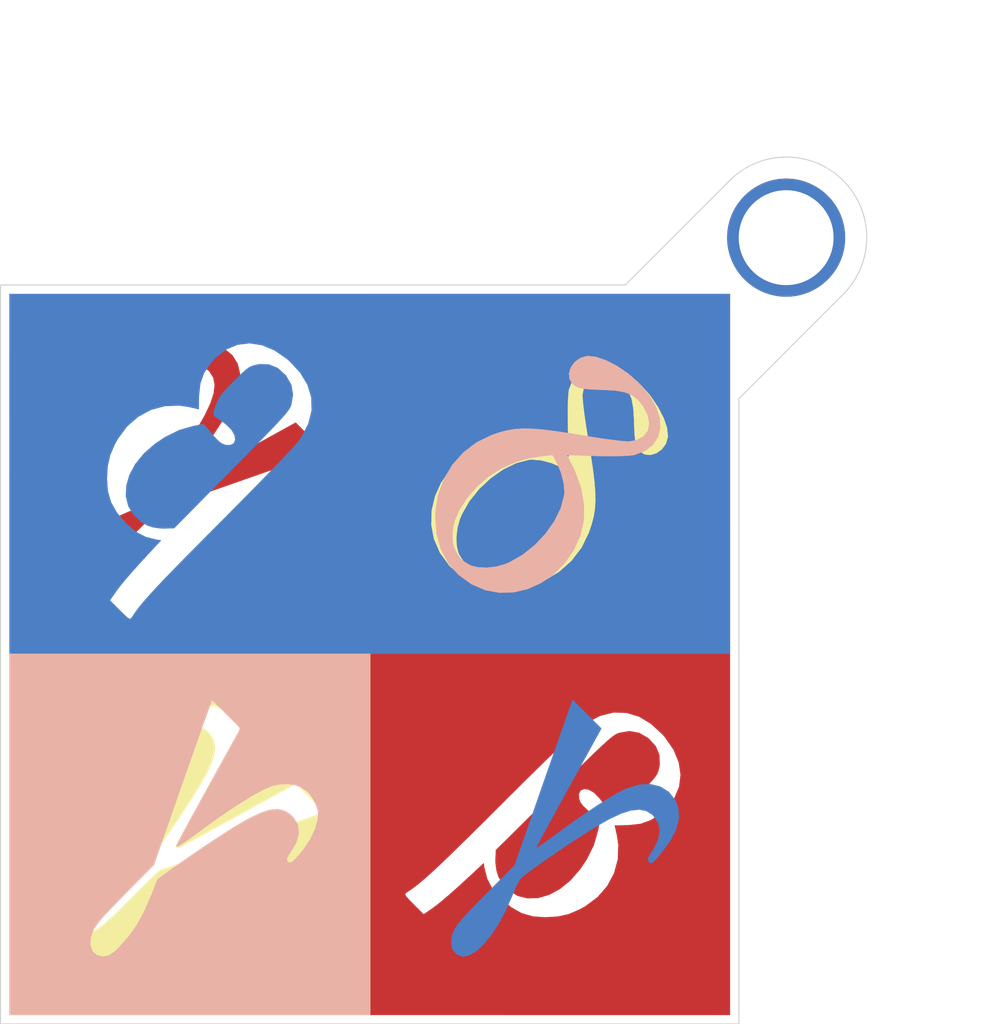
<source format=kicad_pcb>
(kicad_pcb (version 20171130) (host pcbnew "(5.1.9)-1")

  (general
    (thickness 1.6)
    (drawings 8)
    (tracks 0)
    (zones 0)
    (modules 7)
    (nets 1)
  )

  (page A4)
  (title_block
    (title "Diamond Keychain")
    (date 2019-12-18)
    (rev A)
    (company "Blacker Hovse Electrical Engineering")
    (comment 1 "BS EE 2020")
    (comment 2 "Ray Sun")
  )

  (layers
    (0 F.Cu signal)
    (31 B.Cu signal)
    (32 B.Adhes user hide)
    (33 F.Adhes user hide)
    (34 B.Paste user hide)
    (35 F.Paste user hide)
    (36 B.SilkS user)
    (37 F.SilkS user)
    (38 B.Mask user)
    (39 F.Mask user)
    (40 Dwgs.User user)
    (41 Cmts.User user)
    (42 Eco1.User user)
    (43 Eco2.User user)
    (44 Edge.Cuts user)
    (45 Margin user)
    (46 B.CrtYd user)
    (47 F.CrtYd user)
    (48 B.Fab user)
    (49 F.Fab user)
  )

  (setup
    (last_trace_width 0.25)
    (trace_clearance 0.2)
    (zone_clearance 0.508)
    (zone_45_only no)
    (trace_min 0.2)
    (via_size 0.8)
    (via_drill 0.4)
    (via_min_size 0.4)
    (via_min_drill 0.3)
    (uvia_size 0.3)
    (uvia_drill 0.1)
    (uvias_allowed no)
    (uvia_min_size 0.2)
    (uvia_min_drill 0.1)
    (edge_width 0.05)
    (segment_width 0.2)
    (pcb_text_width 0.3)
    (pcb_text_size 1.5 1.5)
    (mod_edge_width 0.12)
    (mod_text_size 1 1)
    (mod_text_width 0.15)
    (pad_size 5.6 5.6)
    (pad_drill 4.5)
    (pad_to_mask_clearance 0.051)
    (solder_mask_min_width 0.25)
    (aux_axis_origin 0.449013 -0.449013)
    (grid_origin 0.449013 -0.449013)
    (visible_elements 7FFFFFFF)
    (pcbplotparams
      (layerselection 0x010f0_ffffffff)
      (usegerberextensions true)
      (usegerberattributes false)
      (usegerberadvancedattributes false)
      (creategerberjobfile false)
      (excludeedgelayer true)
      (linewidth 0.100000)
      (plotframeref false)
      (viasonmask false)
      (mode 1)
      (useauxorigin true)
      (hpglpennumber 1)
      (hpglpenspeed 20)
      (hpglpendiameter 15.000000)
      (psnegative false)
      (psa4output false)
      (plotreference false)
      (plotvalue false)
      (plotinvisibletext false)
      (padsonsilk true)
      (subtractmaskfromsilk true)
      (outputformat 1)
      (mirror false)
      (drillshape 0)
      (scaleselection 1)
      (outputdirectory "gerber/"))
  )

  (net 0 "")

  (net_class Default "This is the default net class."
    (clearance 0.2)
    (trace_width 0.25)
    (via_dia 0.8)
    (via_drill 0.4)
    (uvia_dia 0.3)
    (uvia_drill 0.1)
  )

  (module crest:blacker_diamond_alt_300_silk (layer B.Cu) (tedit 0) (tstamp 605F1FCC)
    (at 18.02068 -17.960512 135)
    (fp_text reference G*** (at 0 0 135) (layer B.SilkS) hide
      (effects (font (size 1.524 1.524) (thickness 0.3)) (justify mirror))
    )
    (fp_text value LOGO (at 0.75 0 135) (layer B.SilkS) hide
      (effects (font (size 1.524 1.524) (thickness 0.3)) (justify mirror))
    )
    (fp_poly (pts (xy 6.096 -6.053666) (xy 12.14937 -12.107481) (xy 6.095704 -18.161148) (xy 0.042037 -24.214814)
      (xy -6.011334 -18.161) (xy -12.064705 -12.107185) (xy -9.328736 -9.371216) (xy -4.318 -9.371216)
      (xy -4.30507 -9.604822) (xy -4.253967 -9.7125) (xy -4.158281 -9.736666) (xy -4.051664 -9.698763)
      (xy -3.982698 -9.560251) (xy -3.93855 -9.336487) (xy -3.80341 -8.807027) (xy -3.579972 -8.41485)
      (xy -3.272816 -8.164457) (xy -2.886518 -8.060355) (xy -2.647698 -8.06643) (xy -2.331797 -8.142308)
      (xy -2.066073 -8.304135) (xy -1.837224 -8.570005) (xy -1.631948 -8.958013) (xy -1.436943 -9.486253)
      (xy -1.321515 -9.870329) (xy -1.218403 -10.270489) (xy -1.096517 -10.801981) (xy -0.963128 -11.428819)
      (xy -0.825502 -12.115015) (xy -0.690911 -12.824584) (xy -0.566622 -13.521539) (xy -0.48486 -14.012333)
      (xy -0.376066 -14.689666) (xy -0.70475 -15.451666) (xy -1.004637 -16.2128) (xy -1.206995 -16.897893)
      (xy -1.323149 -17.560614) (xy -1.364427 -18.254631) (xy -1.362191 -18.567015) (xy -1.290397 -18.899926)
      (xy -1.116293 -19.140579) (xy -0.875523 -19.273951) (xy -0.603732 -19.285019) (xy -0.336564 -19.158761)
      (xy -0.222447 -19.04737) (xy -0.092188 -18.877723) (xy 0.009076 -18.70009) (xy 0.085001 -18.490983)
      (xy 0.139248 -18.226913) (xy 0.175474 -17.884393) (xy 0.197339 -17.439933) (xy 0.2085 -16.870045)
      (xy 0.212345 -16.256) (xy 0.217963 -14.351) (xy 1.644238 -11.387666) (xy 1.978715 -10.692186)
      (xy 2.305073 -10.012568) (xy 2.612457 -9.371488) (xy 2.890013 -8.791626) (xy 3.126885 -8.295659)
      (xy 3.312219 -7.906264) (xy 3.435161 -7.64612) (xy 3.437483 -7.641166) (xy 3.804453 -6.858)
      (xy 1.901124 -6.858) (xy 1.065521 -9.757833) (xy 0.868403 -10.439457) (xy 0.682461 -11.077797)
      (xy 0.513726 -11.652492) (xy 0.368232 -12.143182) (xy 0.252012 -12.529506) (xy 0.171097 -12.791102)
      (xy 0.134119 -12.90138) (xy 0.098384 -12.970183) (xy 0.064377 -12.971151) (xy 0.027694 -12.886658)
      (xy -0.016071 -12.699075) (xy -0.071322 -12.390777) (xy -0.142463 -11.944135) (xy -0.200945 -11.56047)
      (xy -0.341633 -10.694126) (xy -0.491317 -9.891635) (xy -0.645163 -9.173919) (xy -0.798337 -8.5619)
      (xy -0.946006 -8.076502) (xy -1.083334 -7.738646) (xy -1.084478 -7.736399) (xy -1.299651 -7.411067)
      (xy -1.579902 -7.117762) (xy -1.87745 -6.900208) (xy -2.097053 -6.809818) (xy -2.302612 -6.762203)
      (xy -2.423742 -6.730585) (xy -2.611346 -6.729218) (xy -2.884756 -6.786414) (xy -3.179134 -6.883412)
      (xy -3.429637 -7.00145) (xy -3.486378 -7.038045) (xy -3.745635 -7.309227) (xy -3.97165 -7.711402)
      (xy -4.151177 -8.207415) (xy -4.270974 -8.760112) (xy -4.317798 -9.332336) (xy -4.318 -9.371216)
      (xy -9.328736 -9.371216) (xy 0.042629 0.000149) (xy 6.096 -6.053666)) (layer B.SilkS) (width 0.01))
    (fp_poly (pts (xy 0.60928 18.061023) (xy 0.830457 18.03588) (xy 1.435812 17.919392) (xy 1.977526 17.744766)
      (xy 2.421645 17.525824) (xy 2.734215 17.276386) (xy 2.755205 17.252354) (xy 2.918104 16.959061)
      (xy 2.967906 16.636308) (xy 2.916452 16.323316) (xy 2.775581 16.059307) (xy 2.557135 15.883501)
      (xy 2.326615 15.832667) (xy 2.151737 15.84912) (xy 1.978198 15.910444) (xy 1.77895 16.034586)
      (xy 1.526945 16.239496) (xy 1.195133 16.543119) (xy 1.05405 16.677071) (xy 0.627015 17.056534)
      (xy 0.260607 17.309341) (xy -0.078724 17.449562) (xy -0.424529 17.491269) (xy -0.793177 17.451792)
      (xy -1.256962 17.307009) (xy -1.590751 17.081432) (xy -1.78641 16.793378) (xy -1.835807 16.461161)
      (xy -1.730811 16.103097) (xy -1.524753 15.804126) (xy -1.377298 15.665734) (xy -1.117948 15.452402)
      (xy -0.774111 15.185456) (xy -0.3732 14.886224) (xy 0.016238 14.60518) (xy 0.729256 14.094038)
      (xy 1.316864 13.659005) (xy 1.795658 13.283953) (xy 2.182237 12.952756) (xy 2.493198 12.649287)
      (xy 2.745139 12.357419) (xy 2.954658 12.061026) (xy 3.138352 11.74398) (xy 3.302607 11.412081)
      (xy 3.566339 10.654792) (xy 3.672696 9.870419) (xy 3.625908 9.082457) (xy 3.430203 8.314401)
      (xy 3.089812 7.589743) (xy 2.608962 6.93198) (xy 2.469309 6.782789) (xy 1.839229 6.243002)
      (xy 1.171509 5.865444) (xy 0.471265 5.651669) (xy -0.256388 5.603233) (xy -1.006335 5.721691)
      (xy -1.013948 5.723729) (xy -1.669643 5.982035) (xy -2.23521 6.368665) (xy -2.703035 6.864073)
      (xy -3.065503 7.448712) (xy -3.314998 8.103038) (xy -3.443906 8.807503) (xy -3.444256 9.172622)
      (xy -1.828853 9.172622) (xy -1.748158 8.436201) (xy -1.560251 7.745472) (xy -1.470755 7.526203)
      (xy -1.255961 7.147263) (xy -0.977927 6.797062) (xy -0.67376 6.51372) (xy -0.38057 6.33536)
      (xy -0.280171 6.30313) (xy -0.077231 6.256253) (xy 0.042333 6.225697) (xy 0.225479 6.222418)
      (xy 0.488446 6.27116) (xy 0.756018 6.355847) (xy 0.853029 6.398945) (xy 1.036868 6.52585)
      (xy 1.261328 6.726711) (xy 1.377141 6.847168) (xy 1.669773 7.282969) (xy 1.884661 7.836126)
      (xy 2.017657 8.471496) (xy 2.064618 9.153932) (xy 2.021399 9.84829) (xy 1.883854 10.519425)
      (xy 1.830463 10.690736) (xy 1.585027 11.31536) (xy 1.2845 11.861417) (xy 0.88386 12.410487)
      (xy 0.876006 12.420217) (xy 0.588896 12.775433) (xy 0.210626 12.661591) (xy -0.266901 12.472831)
      (xy -0.704802 12.217564) (xy -1.048276 11.929768) (xy -1.137591 11.825618) (xy -1.456704 11.281234)
      (xy -1.680221 10.63262) (xy -1.805239 9.917255) (xy -1.828853 9.172622) (xy -3.444256 9.172622)
      (xy -3.444611 9.542562) (xy -3.309498 10.288669) (xy -3.057833 10.969881) (xy -2.669379 11.602741)
      (xy -2.137974 12.156571) (xy -1.474864 12.622324) (xy -0.691294 12.990954) (xy -0.432831 13.081768)
      (xy 0.108005 13.25818) (xy -0.926897 14.227924) (xy -1.290609 14.577895) (xy -1.62391 14.915509)
      (xy -1.900434 15.212785) (xy -2.093811 15.441743) (xy -2.159927 15.536334) (xy -2.374064 16.030092)
      (xy -2.431537 16.492446) (xy -2.343577 16.914009) (xy -2.121417 17.285392) (xy -1.776287 17.597208)
      (xy -1.319421 17.840067) (xy -0.76205 18.004581) (xy -0.115406 18.081363) (xy 0.60928 18.061023)) (layer B.SilkS) (width 0.01))
  )

  (module crest:blacker_diamond_alt_300_cu (layer B.Cu) (tedit 0) (tstamp 605F1DF6)
    (at 18.02068 -17.960512 135)
    (fp_text reference G*** (at 0 0 135) (layer B.SilkS) hide
      (effects (font (size 1.524 1.524) (thickness 0.3)) (justify mirror))
    )
    (fp_text value LOGO (at 0.75 0 135) (layer B.SilkS) hide
      (effects (font (size 1.524 1.524) (thickness 0.3)) (justify mirror))
    )
    (fp_poly (pts (xy 12.727485 6.474005) (xy 13.141633 6.300784) (xy 13.476249 5.979228) (xy 13.533055 5.898451)
      (xy 13.630614 5.739967) (xy 13.695075 5.589632) (xy 13.733246 5.407548) (xy 13.751934 5.15382)
      (xy 13.757948 4.788551) (xy 13.758333 4.578184) (xy 13.753932 4.129506) (xy 13.736406 3.804478)
      (xy 13.69927 3.557545) (xy 13.636038 3.343153) (xy 13.554642 3.147408) (xy 13.428457 2.891481)
      (xy 13.329043 2.764312) (xy 13.227048 2.734897) (xy 13.173642 2.744974) (xy 12.987534 2.783308)
      (xy 12.712334 2.826587) (xy 12.554317 2.847432) (xy 12.203129 2.848614) (xy 11.926955 2.772645)
      (xy 11.745224 2.640244) (xy 11.677361 2.47213) (xy 11.742795 2.289022) (xy 11.899297 2.148836)
      (xy 12.056192 2.073342) (xy 12.25825 2.041082) (xy 12.555392 2.046662) (xy 12.72621 2.059468)
      (xy 13.337826 2.111168) (xy 13.607079 1.711751) (xy 13.953816 1.085187) (xy 14.192562 0.381717)
      (xy 14.303904 -0.180253) (xy 14.353423 -0.884103) (xy 14.287835 -1.524004) (xy 14.118475 -2.086341)
      (xy 13.856676 -2.5575) (xy 13.513773 -2.923865) (xy 13.101101 -3.171821) (xy 12.629993 -3.287754)
      (xy 12.111786 -3.258047) (xy 11.811 -3.174767) (xy 11.552313 -3.039787) (xy 11.275401 -2.831282)
      (xy 11.150861 -2.711836) (xy 10.829389 -2.368707) (xy 10.854527 1.503814) (xy 10.860859 2.419849)
      (xy 10.867356 3.18222) (xy 10.874711 3.806594) (xy 10.883616 4.30864) (xy 10.894762 4.704027)
      (xy 10.908841 5.008421) (xy 10.926545 5.237491) (xy 10.948566 5.406906) (xy 10.975596 5.532333)
      (xy 11.008326 5.62944) (xy 11.039748 5.698613) (xy 11.326489 6.101326) (xy 11.714921 6.370481)
      (xy 12.192899 6.497879) (xy 12.228759 6.501223) (xy 12.727485 6.474005)) (layer B.Cu) (width 0.01))
    (fp_poly (pts (xy -14.130238 5.275583) (xy -13.71368 5.01897) (xy -13.356626 4.622775) (xy -13.074126 4.096713)
      (xy -13.041962 4.014793) (xy -12.923775 3.646157) (xy -12.792558 3.142687) (xy -12.655252 2.537703)
      (xy -12.518799 1.864521) (xy -12.390138 1.156461) (xy -12.276211 0.446841) (xy -12.227207 0.103804)
      (xy -12.167584 -0.297372) (xy -12.110168 -0.619234) (xy -12.060538 -0.834837) (xy -12.024269 -0.917232)
      (xy -12.016958 -0.912196) (xy -11.981216 -0.808711) (xy -11.90437 -0.561175) (xy -11.79198 -0.188315)
      (xy -11.649605 0.291142) (xy -11.482802 0.858471) (xy -11.297133 1.494945) (xy -11.098154 2.181837)
      (xy -11.086417 2.2225) (xy -10.212922 5.249334) (xy -8.295061 5.249334) (xy -8.414682 4.974167)
      (xy -8.475578 4.842302) (xy -8.602116 4.574734) (xy -8.786269 4.188228) (xy -9.020009 3.699548)
      (xy -9.295309 3.12546) (xy -9.604141 2.482729) (xy -9.938478 1.788118) (xy -10.20863 1.227667)
      (xy -11.882957 -2.243666) (xy -11.89088 -4.191) (xy -11.896098 -4.885302) (xy -11.907981 -5.433432)
      (xy -11.930329 -5.85853) (xy -11.966943 -6.183732) (xy -12.021623 -6.432176) (xy -12.09817 -6.627)
      (xy -12.200386 -6.791343) (xy -12.33207 -6.948341) (xy -12.346361 -6.963833) (xy -12.61642 -7.153548)
      (xy -12.909135 -7.18542) (xy -13.19303 -7.056336) (xy -13.202871 -7.0485) (xy -13.380687 -6.800929)
      (xy -13.478192 -6.426409) (xy -13.497717 -5.945789) (xy -13.441595 -5.379915) (xy -13.312159 -4.749636)
      (xy -13.111741 -4.075798) (xy -12.842673 -3.37925) (xy -12.775292 -3.226789) (xy -12.650389 -2.918062)
      (xy -12.562232 -2.637987) (xy -12.530667 -2.455173) (xy -12.547649 -2.254434) (xy -12.594849 -1.918413)
      (xy -12.666647 -1.477327) (xy -12.757425 -0.96139) (xy -12.861564 -0.400819) (xy -12.973445 0.17417)
      (xy -13.087448 0.73336) (xy -13.197956 1.246538) (xy -13.299348 1.683485) (xy -13.303281 1.699545)
      (xy -13.509427 2.451006) (xy -13.72325 3.044378) (xy -13.952229 3.490908) (xy -14.20384 3.801839)
      (xy -14.485563 3.988418) (xy -14.804877 4.061888) (xy -14.875726 4.064) (xy -15.283515 3.989073)
      (xy -15.611923 3.765776) (xy -15.858991 3.396337) (xy -16.022761 2.882984) (xy -16.051345 2.726904)
      (xy -16.106483 2.493031) (xy -16.189217 2.388427) (xy -16.27892 2.370667) (xy -16.363809 2.382138)
      (xy -16.410515 2.439668) (xy -16.425532 2.577933) (xy -16.415354 2.83161) (xy -16.401811 3.026834)
      (xy -16.298293 3.75902) (xy -16.105536 4.362831) (xy -15.826915 4.832374) (xy -15.465807 5.161754)
      (xy -15.081658 5.331207) (xy -14.591248 5.3829) (xy -14.130238 5.275583)) (layer B.Cu) (width 0.01))
    (fp_poly (pts (xy 24.214778 -0.042665) (xy 18.182056 -6.074944) (xy 12.149335 -12.107223) (xy 6.889223 -6.847014)
      (xy 9.255403 -6.847014) (xy 9.290502 -6.903644) (xy 9.406288 -6.931898) (xy 9.635138 -6.941618)
      (xy 9.89534 -6.942666) (xy 10.56524 -6.942666) (xy 10.663121 -6.4135) (xy 10.701182 -6.138366)
      (xy 10.739643 -5.73969) (xy 10.774854 -5.263212) (xy 10.803165 -4.754676) (xy 10.811877 -4.548945)
      (xy 10.862753 -3.213557) (xy 11.040543 -3.345248) (xy 11.499048 -3.61872) (xy 11.993827 -3.771323)
      (xy 12.577604 -3.818948) (xy 12.612052 -3.818846) (xy 13.268307 -3.768555) (xy 13.819316 -3.616217)
      (xy 14.305887 -3.345467) (xy 14.746205 -2.963071) (xy 15.141773 -2.515365) (xy 15.422525 -2.072967)
      (xy 15.626615 -1.568561) (xy 15.717864 -1.24871) (xy 15.822654 -0.528434) (xy 15.771324 0.170277)
      (xy 15.572036 0.825783) (xy 15.232956 1.416447) (xy 14.762248 1.920631) (xy 14.429116 2.166844)
      (xy 13.993332 2.445611) (xy 14.434109 2.900688) (xy 14.804347 3.35941) (xy 15.034206 3.84401)
      (xy 15.141385 4.399558) (xy 15.154506 4.73525) (xy 15.078618 5.358746) (xy 14.85928 5.900965)
      (xy 14.506029 6.35321) (xy 14.028401 6.706788) (xy 13.435935 6.953003) (xy 12.738167 7.083162)
      (xy 12.565264 7.095691) (xy 11.813184 7.068432) (xy 11.159249 6.904968) (xy 10.60835 6.609282)
      (xy 10.165377 6.185357) (xy 9.835221 5.637175) (xy 9.62277 4.968719) (xy 9.570254 4.656436)
      (xy 9.554712 4.452474) (xy 9.54001 4.09715) (xy 9.526434 3.608436) (xy 9.51427 3.004303)
      (xy 9.503805 2.302723) (xy 9.495325 1.521665) (xy 9.489117 0.679102) (xy 9.485465 -0.206995)
      (xy 9.484641 -0.719666) (xy 9.482849 -1.827678) (xy 9.478759 -2.781045) (xy 9.471843 -3.594444)
      (xy 9.461577 -4.282553) (xy 9.447434 -4.860052) (xy 9.42889 -5.341618) (xy 9.405418 -5.741929)
      (xy 9.376492 -6.075664) (xy 9.341588 -6.357501) (xy 9.300179 -6.602119) (xy 9.26861 -6.752166)
      (xy 9.255403 -6.847014) (xy 6.889223 -6.847014) (xy -12.022779 12.065333) (xy -5.990057 18.097612)
      (xy 0.042664 24.129891) (xy 24.214778 -0.042665)) (layer B.Cu) (width 0.01))
  )

  (module crest:blacker_diamond_alt_300_mask (layer B.Cu) (tedit 0) (tstamp 605F1FBD)
    (at 18.02068 -17.960512 135)
    (fp_text reference G*** (at 0 0 135) (layer B.SilkS) hide
      (effects (font (size 1.524 1.524) (thickness 0.3)) (justify mirror))
    )
    (fp_text value LOGO (at 0.75 0 135) (layer B.SilkS) hide
      (effects (font (size 1.524 1.524) (thickness 0.3)) (justify mirror))
    )
    (fp_poly (pts (xy 18.161074 6.011112) (xy 24.214814 -0.042629) (xy 18.182019 -6.074981) (xy 12.149224 -12.107334)
      (xy 6.095926 -6.053593) (xy 0.042629 0.000148) (xy 12.107333 12.064852) (xy 18.161074 6.011112)) (layer B.Mask) (width 0.01))
    (fp_poly (pts (xy -14.531076 5.376748) (xy -14.381197 5.338158) (xy -14.204387 5.297515) (xy -13.927621 5.172688)
      (xy -13.629695 4.936918) (xy -13.358391 4.63393) (xy -13.191811 4.370934) (xy -13.054595 4.034464)
      (xy -12.906996 3.550268) (xy -12.753849 2.939268) (xy -12.599987 2.222388) (xy -12.450246 1.420549)
      (xy -12.309458 0.554673) (xy -12.308278 0.546863) (xy -12.224085 -0.001886) (xy -12.158721 -0.400532)
      (xy -12.107782 -0.6667) (xy -12.066863 -0.818018) (xy -12.031559 -0.872114) (xy -11.997466 -0.846614)
      (xy -11.973215 -0.794047) (xy -11.927918 -0.657506) (xy -11.842068 -0.378527) (xy -11.721697 0.02253)
      (xy -11.572837 0.525304) (xy -11.401522 1.109433) (xy -11.213784 1.754558) (xy -11.041812 2.3495)
      (xy -10.206209 5.249334) (xy -8.30288 5.249334) (xy -8.66985 4.466167) (xy -8.790981 4.209777)
      (xy -8.974794 3.823532) (xy -9.210434 3.33011) (xy -9.487046 2.752189) (xy -9.793776 2.112446)
      (xy -10.119769 1.433561) (xy -10.454171 0.738209) (xy -10.463095 0.719667) (xy -11.88937 -2.243666)
      (xy -11.894988 -4.148666) (xy -11.899829 -4.846365) (xy -11.9122 -5.398264) (xy -11.935759 -5.82785)
      (xy -11.974165 -6.158612) (xy -12.031077 -6.41404) (xy -12.110154 -6.617621) (xy -12.215053 -6.792843)
      (xy -12.329781 -6.940037) (xy -12.591605 -7.148191) (xy -12.874796 -7.193117) (xy -13.156385 -7.073602)
      (xy -13.254182 -6.988848) (xy -13.429192 -6.711304) (xy -13.469524 -6.459681) (xy -13.456205 -5.736657)
      (xy -13.372745 -5.067375) (xy -13.207819 -4.398169) (xy -12.950102 -3.675368) (xy -12.812083 -3.344333)
      (xy -12.483399 -2.582333) (xy -12.592194 -1.905) (xy -12.704046 -1.24094) (xy -12.83163 -0.53739)
      (xy -12.967677 0.169664) (xy -13.104917 0.844236) (xy -13.236082 1.450338) (xy -13.353901 1.951984)
      (xy -13.428848 2.237005) (xy -13.62403 2.856312) (xy -13.821646 3.324729) (xy -14.035 3.66035)
      (xy -14.277394 3.88127) (xy -14.56213 4.005583) (xy -14.755032 4.040903) (xy -15.18199 4.017319)
      (xy -15.532268 3.845024) (xy -15.801288 3.528522) (xy -15.984473 3.072316) (xy -16.045883 2.770847)
      (xy -16.098934 2.51796) (xy -16.172325 2.397206) (xy -16.265614 2.370667) (xy -16.367712 2.400253)
      (xy -16.414772 2.51718) (xy -16.425334 2.736117) (xy -16.38398 3.30832) (xy -16.268748 3.863534)
      (xy -16.092881 4.364603) (xy -15.869621 4.774373) (xy -15.612213 5.055689) (xy -15.593711 5.069288)
      (xy -15.368923 5.189975) (xy -15.08087 5.295232) (xy -14.794393 5.366297) (xy -14.574333 5.38441)
      (xy -14.531076 5.376748)) (layer B.Mask) (width 0.01))
  )

  (module crest:blacker_diamond_alt_300_silk (layer F.Cu) (tedit 0) (tstamp 605F1FAE)
    (at 17.960512 -18.02068 315)
    (fp_text reference G*** (at 0 0 135) (layer F.SilkS) hide
      (effects (font (size 1.524 1.524) (thickness 0.3)))
    )
    (fp_text value LOGO (at 0.75 0 135) (layer F.SilkS) hide
      (effects (font (size 1.524 1.524) (thickness 0.3)))
    )
    (fp_poly (pts (xy 0.60928 -18.061023) (xy 0.830457 -18.03588) (xy 1.435812 -17.919392) (xy 1.977526 -17.744766)
      (xy 2.421645 -17.525824) (xy 2.734215 -17.276386) (xy 2.755205 -17.252354) (xy 2.918104 -16.959061)
      (xy 2.967906 -16.636308) (xy 2.916452 -16.323316) (xy 2.775581 -16.059307) (xy 2.557135 -15.883501)
      (xy 2.326615 -15.832667) (xy 2.151737 -15.84912) (xy 1.978198 -15.910444) (xy 1.77895 -16.034586)
      (xy 1.526945 -16.239496) (xy 1.195133 -16.543119) (xy 1.05405 -16.677071) (xy 0.627015 -17.056534)
      (xy 0.260607 -17.309341) (xy -0.078724 -17.449562) (xy -0.424529 -17.491269) (xy -0.793177 -17.451792)
      (xy -1.256962 -17.307009) (xy -1.590751 -17.081432) (xy -1.78641 -16.793378) (xy -1.835807 -16.461161)
      (xy -1.730811 -16.103097) (xy -1.524753 -15.804126) (xy -1.377298 -15.665734) (xy -1.117948 -15.452402)
      (xy -0.774111 -15.185456) (xy -0.3732 -14.886224) (xy 0.016238 -14.60518) (xy 0.729256 -14.094038)
      (xy 1.316864 -13.659005) (xy 1.795658 -13.283953) (xy 2.182237 -12.952756) (xy 2.493198 -12.649287)
      (xy 2.745139 -12.357419) (xy 2.954658 -12.061026) (xy 3.138352 -11.74398) (xy 3.302607 -11.412081)
      (xy 3.566339 -10.654792) (xy 3.672696 -9.870419) (xy 3.625908 -9.082457) (xy 3.430203 -8.314401)
      (xy 3.089812 -7.589743) (xy 2.608962 -6.93198) (xy 2.469309 -6.782789) (xy 1.839229 -6.243002)
      (xy 1.171509 -5.865444) (xy 0.471265 -5.651669) (xy -0.256388 -5.603233) (xy -1.006335 -5.721691)
      (xy -1.013948 -5.723729) (xy -1.669643 -5.982035) (xy -2.23521 -6.368665) (xy -2.703035 -6.864073)
      (xy -3.065503 -7.448712) (xy -3.314998 -8.103038) (xy -3.443906 -8.807503) (xy -3.444256 -9.172622)
      (xy -1.828853 -9.172622) (xy -1.748158 -8.436201) (xy -1.560251 -7.745472) (xy -1.470755 -7.526203)
      (xy -1.255961 -7.147263) (xy -0.977927 -6.797062) (xy -0.67376 -6.51372) (xy -0.38057 -6.33536)
      (xy -0.280171 -6.30313) (xy -0.077231 -6.256253) (xy 0.042333 -6.225697) (xy 0.225479 -6.222418)
      (xy 0.488446 -6.27116) (xy 0.756018 -6.355847) (xy 0.853029 -6.398945) (xy 1.036868 -6.52585)
      (xy 1.261328 -6.726711) (xy 1.377141 -6.847168) (xy 1.669773 -7.282969) (xy 1.884661 -7.836126)
      (xy 2.017657 -8.471496) (xy 2.064618 -9.153932) (xy 2.021399 -9.84829) (xy 1.883854 -10.519425)
      (xy 1.830463 -10.690736) (xy 1.585027 -11.31536) (xy 1.2845 -11.861417) (xy 0.88386 -12.410487)
      (xy 0.876006 -12.420217) (xy 0.588896 -12.775433) (xy 0.210626 -12.661591) (xy -0.266901 -12.472831)
      (xy -0.704802 -12.217564) (xy -1.048276 -11.929768) (xy -1.137591 -11.825618) (xy -1.456704 -11.281234)
      (xy -1.680221 -10.63262) (xy -1.805239 -9.917255) (xy -1.828853 -9.172622) (xy -3.444256 -9.172622)
      (xy -3.444611 -9.542562) (xy -3.309498 -10.288669) (xy -3.057833 -10.969881) (xy -2.669379 -11.602741)
      (xy -2.137974 -12.156571) (xy -1.474864 -12.622324) (xy -0.691294 -12.990954) (xy -0.432831 -13.081768)
      (xy 0.108005 -13.25818) (xy -0.926897 -14.227924) (xy -1.290609 -14.577895) (xy -1.62391 -14.915509)
      (xy -1.900434 -15.212785) (xy -2.093811 -15.441743) (xy -2.159927 -15.536334) (xy -2.374064 -16.030092)
      (xy -2.431537 -16.492446) (xy -2.343577 -16.914009) (xy -2.121417 -17.285392) (xy -1.776287 -17.597208)
      (xy -1.319421 -17.840067) (xy -0.76205 -18.004581) (xy -0.115406 -18.081363) (xy 0.60928 -18.061023)) (layer F.SilkS) (width 0.01))
    (fp_poly (pts (xy 6.096 6.053666) (xy 12.14937 12.107481) (xy 6.095704 18.161148) (xy 0.042037 24.214814)
      (xy -6.011334 18.161) (xy -12.064705 12.107185) (xy -9.328736 9.371216) (xy -4.318 9.371216)
      (xy -4.30507 9.604822) (xy -4.253967 9.7125) (xy -4.158281 9.736666) (xy -4.051664 9.698763)
      (xy -3.982698 9.560251) (xy -3.93855 9.336487) (xy -3.80341 8.807027) (xy -3.579972 8.41485)
      (xy -3.272816 8.164457) (xy -2.886518 8.060355) (xy -2.647698 8.06643) (xy -2.331797 8.142308)
      (xy -2.066073 8.304135) (xy -1.837224 8.570005) (xy -1.631948 8.958013) (xy -1.436943 9.486253)
      (xy -1.321515 9.870329) (xy -1.218403 10.270489) (xy -1.096517 10.801981) (xy -0.963128 11.428819)
      (xy -0.825502 12.115015) (xy -0.690911 12.824584) (xy -0.566622 13.521539) (xy -0.48486 14.012333)
      (xy -0.376066 14.689666) (xy -0.70475 15.451666) (xy -1.004637 16.2128) (xy -1.206995 16.897893)
      (xy -1.323149 17.560614) (xy -1.364427 18.254631) (xy -1.362191 18.567015) (xy -1.290397 18.899926)
      (xy -1.116293 19.140579) (xy -0.875523 19.273951) (xy -0.603732 19.285019) (xy -0.336564 19.158761)
      (xy -0.222447 19.04737) (xy -0.092188 18.877723) (xy 0.009076 18.70009) (xy 0.085001 18.490983)
      (xy 0.139248 18.226913) (xy 0.175474 17.884393) (xy 0.197339 17.439933) (xy 0.2085 16.870045)
      (xy 0.212345 16.256) (xy 0.217963 14.351) (xy 1.644238 11.387666) (xy 1.978715 10.692186)
      (xy 2.305073 10.012568) (xy 2.612457 9.371488) (xy 2.890013 8.791626) (xy 3.126885 8.295659)
      (xy 3.312219 7.906264) (xy 3.435161 7.64612) (xy 3.437483 7.641166) (xy 3.804453 6.858)
      (xy 1.901124 6.858) (xy 1.065521 9.757833) (xy 0.868403 10.439457) (xy 0.682461 11.077797)
      (xy 0.513726 11.652492) (xy 0.368232 12.143182) (xy 0.252012 12.529506) (xy 0.171097 12.791102)
      (xy 0.134119 12.90138) (xy 0.098384 12.970183) (xy 0.064377 12.971151) (xy 0.027694 12.886658)
      (xy -0.016071 12.699075) (xy -0.071322 12.390777) (xy -0.142463 11.944135) (xy -0.200945 11.56047)
      (xy -0.341633 10.694126) (xy -0.491317 9.891635) (xy -0.645163 9.173919) (xy -0.798337 8.5619)
      (xy -0.946006 8.076502) (xy -1.083334 7.738646) (xy -1.084478 7.736399) (xy -1.299651 7.411067)
      (xy -1.579902 7.117762) (xy -1.87745 6.900208) (xy -2.097053 6.809818) (xy -2.302612 6.762203)
      (xy -2.423742 6.730585) (xy -2.611346 6.729218) (xy -2.884756 6.786414) (xy -3.179134 6.883412)
      (xy -3.429637 7.00145) (xy -3.486378 7.038045) (xy -3.745635 7.309227) (xy -3.97165 7.711402)
      (xy -4.151177 8.207415) (xy -4.270974 8.760112) (xy -4.317798 9.332336) (xy -4.318 9.371216)
      (xy -9.328736 9.371216) (xy 0.042629 -0.000149) (xy 6.096 6.053666)) (layer F.SilkS) (width 0.01))
  )

  (module crest:blacker_diamond_alt_300_mask (layer F.Cu) (tedit 0) (tstamp 605F2002)
    (at 17.960512 -18.02068 315)
    (fp_text reference G*** (at 0 0 135) (layer F.SilkS) hide
      (effects (font (size 1.524 1.524) (thickness 0.3)))
    )
    (fp_text value LOGO (at 0.75 0 135) (layer F.SilkS) hide
      (effects (font (size 1.524 1.524) (thickness 0.3)))
    )
    (fp_poly (pts (xy -14.531076 -5.376748) (xy -14.381197 -5.338158) (xy -14.204387 -5.297515) (xy -13.927621 -5.172688)
      (xy -13.629695 -4.936918) (xy -13.358391 -4.63393) (xy -13.191811 -4.370934) (xy -13.054595 -4.034464)
      (xy -12.906996 -3.550268) (xy -12.753849 -2.939268) (xy -12.599987 -2.222388) (xy -12.450246 -1.420549)
      (xy -12.309458 -0.554673) (xy -12.308278 -0.546863) (xy -12.224085 0.001886) (xy -12.158721 0.400532)
      (xy -12.107782 0.6667) (xy -12.066863 0.818018) (xy -12.031559 0.872114) (xy -11.997466 0.846614)
      (xy -11.973215 0.794047) (xy -11.927918 0.657506) (xy -11.842068 0.378527) (xy -11.721697 -0.02253)
      (xy -11.572837 -0.525304) (xy -11.401522 -1.109433) (xy -11.213784 -1.754558) (xy -11.041812 -2.3495)
      (xy -10.206209 -5.249334) (xy -8.30288 -5.249334) (xy -8.66985 -4.466167) (xy -8.790981 -4.209777)
      (xy -8.974794 -3.823532) (xy -9.210434 -3.33011) (xy -9.487046 -2.752189) (xy -9.793776 -2.112446)
      (xy -10.119769 -1.433561) (xy -10.454171 -0.738209) (xy -10.463095 -0.719667) (xy -11.88937 2.243666)
      (xy -11.894988 4.148666) (xy -11.899829 4.846365) (xy -11.9122 5.398264) (xy -11.935759 5.82785)
      (xy -11.974165 6.158612) (xy -12.031077 6.41404) (xy -12.110154 6.617621) (xy -12.215053 6.792843)
      (xy -12.329781 6.940037) (xy -12.591605 7.148191) (xy -12.874796 7.193117) (xy -13.156385 7.073602)
      (xy -13.254182 6.988848) (xy -13.429192 6.711304) (xy -13.469524 6.459681) (xy -13.456205 5.736657)
      (xy -13.372745 5.067375) (xy -13.207819 4.398169) (xy -12.950102 3.675368) (xy -12.812083 3.344333)
      (xy -12.483399 2.582333) (xy -12.592194 1.905) (xy -12.704046 1.24094) (xy -12.83163 0.53739)
      (xy -12.967677 -0.169664) (xy -13.104917 -0.844236) (xy -13.236082 -1.450338) (xy -13.353901 -1.951984)
      (xy -13.428848 -2.237005) (xy -13.62403 -2.856312) (xy -13.821646 -3.324729) (xy -14.035 -3.66035)
      (xy -14.277394 -3.88127) (xy -14.56213 -4.005583) (xy -14.755032 -4.040903) (xy -15.18199 -4.017319)
      (xy -15.532268 -3.845024) (xy -15.801288 -3.528522) (xy -15.984473 -3.072316) (xy -16.045883 -2.770847)
      (xy -16.098934 -2.51796) (xy -16.172325 -2.397206) (xy -16.265614 -2.370667) (xy -16.367712 -2.400253)
      (xy -16.414772 -2.51718) (xy -16.425334 -2.736117) (xy -16.38398 -3.30832) (xy -16.268748 -3.863534)
      (xy -16.092881 -4.364603) (xy -15.869621 -4.774373) (xy -15.612213 -5.055689) (xy -15.593711 -5.069288)
      (xy -15.368923 -5.189975) (xy -15.08087 -5.295232) (xy -14.794393 -5.366297) (xy -14.574333 -5.38441)
      (xy -14.531076 -5.376748)) (layer F.Mask) (width 0.01))
    (fp_poly (pts (xy 18.161074 -6.011112) (xy 24.214814 0.042629) (xy 18.182019 6.074981) (xy 12.149224 12.107334)
      (xy 6.095926 6.053593) (xy 0.042629 -0.000148) (xy 12.107333 -12.064852) (xy 18.161074 -6.011112)) (layer F.Mask) (width 0.01))
  )

  (module crest:blacker_diamond_alt_300_cu (layer F.Cu) (tedit 0) (tstamp 605F1FDC)
    (at 17.960512 -18.02068 315)
    (fp_text reference G*** (at 0 0 135) (layer F.SilkS) hide
      (effects (font (size 1.524 1.524) (thickness 0.3)))
    )
    (fp_text value LOGO (at 0.75 0 135) (layer F.SilkS) hide
      (effects (font (size 1.524 1.524) (thickness 0.3)))
    )
    (fp_poly (pts (xy 24.214778 0.042665) (xy 18.182056 6.074944) (xy 12.149335 12.107223) (xy 6.889223 6.847014)
      (xy 9.255403 6.847014) (xy 9.290502 6.903644) (xy 9.406288 6.931898) (xy 9.635138 6.941618)
      (xy 9.89534 6.942666) (xy 10.56524 6.942666) (xy 10.663121 6.4135) (xy 10.701182 6.138366)
      (xy 10.739643 5.73969) (xy 10.774854 5.263212) (xy 10.803165 4.754676) (xy 10.811877 4.548945)
      (xy 10.862753 3.213557) (xy 11.040543 3.345248) (xy 11.499048 3.61872) (xy 11.993827 3.771323)
      (xy 12.577604 3.818948) (xy 12.612052 3.818846) (xy 13.268307 3.768555) (xy 13.819316 3.616217)
      (xy 14.305887 3.345467) (xy 14.746205 2.963071) (xy 15.141773 2.515365) (xy 15.422525 2.072967)
      (xy 15.626615 1.568561) (xy 15.717864 1.24871) (xy 15.822654 0.528434) (xy 15.771324 -0.170277)
      (xy 15.572036 -0.825783) (xy 15.232956 -1.416447) (xy 14.762248 -1.920631) (xy 14.429116 -2.166844)
      (xy 13.993332 -2.445611) (xy 14.434109 -2.900688) (xy 14.804347 -3.35941) (xy 15.034206 -3.84401)
      (xy 15.141385 -4.399558) (xy 15.154506 -4.73525) (xy 15.078618 -5.358746) (xy 14.85928 -5.900965)
      (xy 14.506029 -6.35321) (xy 14.028401 -6.706788) (xy 13.435935 -6.953003) (xy 12.738167 -7.083162)
      (xy 12.565264 -7.095691) (xy 11.813184 -7.068432) (xy 11.159249 -6.904968) (xy 10.60835 -6.609282)
      (xy 10.165377 -6.185357) (xy 9.835221 -5.637175) (xy 9.62277 -4.968719) (xy 9.570254 -4.656436)
      (xy 9.554712 -4.452474) (xy 9.54001 -4.09715) (xy 9.526434 -3.608436) (xy 9.51427 -3.004303)
      (xy 9.503805 -2.302723) (xy 9.495325 -1.521665) (xy 9.489117 -0.679102) (xy 9.485465 0.206995)
      (xy 9.484641 0.719666) (xy 9.482849 1.827678) (xy 9.478759 2.781045) (xy 9.471843 3.594444)
      (xy 9.461577 4.282553) (xy 9.447434 4.860052) (xy 9.42889 5.341618) (xy 9.405418 5.741929)
      (xy 9.376492 6.075664) (xy 9.341588 6.357501) (xy 9.300179 6.602119) (xy 9.26861 6.752166)
      (xy 9.255403 6.847014) (xy 6.889223 6.847014) (xy -12.022779 -12.065333) (xy -5.990057 -18.097612)
      (xy 0.042664 -24.129891) (xy 24.214778 0.042665)) (layer F.Cu) (width 0.01))
    (fp_poly (pts (xy -14.130238 -5.275583) (xy -13.71368 -5.01897) (xy -13.356626 -4.622775) (xy -13.074126 -4.096713)
      (xy -13.041962 -4.014793) (xy -12.923775 -3.646157) (xy -12.792558 -3.142687) (xy -12.655252 -2.537703)
      (xy -12.518799 -1.864521) (xy -12.390138 -1.156461) (xy -12.276211 -0.446841) (xy -12.227207 -0.103804)
      (xy -12.167584 0.297372) (xy -12.110168 0.619234) (xy -12.060538 0.834837) (xy -12.024269 0.917232)
      (xy -12.016958 0.912196) (xy -11.981216 0.808711) (xy -11.90437 0.561175) (xy -11.79198 0.188315)
      (xy -11.649605 -0.291142) (xy -11.482802 -0.858471) (xy -11.297133 -1.494945) (xy -11.098154 -2.181837)
      (xy -11.086417 -2.2225) (xy -10.212922 -5.249334) (xy -8.295061 -5.249334) (xy -8.414682 -4.974167)
      (xy -8.475578 -4.842302) (xy -8.602116 -4.574734) (xy -8.786269 -4.188228) (xy -9.020009 -3.699548)
      (xy -9.295309 -3.12546) (xy -9.604141 -2.482729) (xy -9.938478 -1.788118) (xy -10.20863 -1.227667)
      (xy -11.882957 2.243666) (xy -11.89088 4.191) (xy -11.896098 4.885302) (xy -11.907981 5.433432)
      (xy -11.930329 5.85853) (xy -11.966943 6.183732) (xy -12.021623 6.432176) (xy -12.09817 6.627)
      (xy -12.200386 6.791343) (xy -12.33207 6.948341) (xy -12.346361 6.963833) (xy -12.61642 7.153548)
      (xy -12.909135 7.18542) (xy -13.19303 7.056336) (xy -13.202871 7.0485) (xy -13.380687 6.800929)
      (xy -13.478192 6.426409) (xy -13.497717 5.945789) (xy -13.441595 5.379915) (xy -13.312159 4.749636)
      (xy -13.111741 4.075798) (xy -12.842673 3.37925) (xy -12.775292 3.226789) (xy -12.650389 2.918062)
      (xy -12.562232 2.637987) (xy -12.530667 2.455173) (xy -12.547649 2.254434) (xy -12.594849 1.918413)
      (xy -12.666647 1.477327) (xy -12.757425 0.96139) (xy -12.861564 0.400819) (xy -12.973445 -0.17417)
      (xy -13.087448 -0.73336) (xy -13.197956 -1.246538) (xy -13.299348 -1.683485) (xy -13.303281 -1.699545)
      (xy -13.509427 -2.451006) (xy -13.72325 -3.044378) (xy -13.952229 -3.490908) (xy -14.20384 -3.801839)
      (xy -14.485563 -3.988418) (xy -14.804877 -4.061888) (xy -14.875726 -4.064) (xy -15.283515 -3.989073)
      (xy -15.611923 -3.765776) (xy -15.858991 -3.396337) (xy -16.022761 -2.882984) (xy -16.051345 -2.726904)
      (xy -16.106483 -2.493031) (xy -16.189217 -2.388427) (xy -16.27892 -2.370667) (xy -16.363809 -2.382138)
      (xy -16.410515 -2.439668) (xy -16.425532 -2.577933) (xy -16.415354 -2.83161) (xy -16.401811 -3.026834)
      (xy -16.298293 -3.75902) (xy -16.105536 -4.362831) (xy -15.826915 -4.832374) (xy -15.465807 -5.161754)
      (xy -15.081658 -5.331207) (xy -14.591248 -5.3829) (xy -14.130238 -5.275583)) (layer F.Cu) (width 0.01))
    (fp_poly (pts (xy 12.727485 -6.474005) (xy 13.141633 -6.300784) (xy 13.476249 -5.979228) (xy 13.533055 -5.898451)
      (xy 13.630614 -5.739967) (xy 13.695075 -5.589632) (xy 13.733246 -5.407548) (xy 13.751934 -5.15382)
      (xy 13.757948 -4.788551) (xy 13.758333 -4.578184) (xy 13.753932 -4.129506) (xy 13.736406 -3.804478)
      (xy 13.69927 -3.557545) (xy 13.636038 -3.343153) (xy 13.554642 -3.147408) (xy 13.428457 -2.891481)
      (xy 13.329043 -2.764312) (xy 13.227048 -2.734897) (xy 13.173642 -2.744974) (xy 12.987534 -2.783308)
      (xy 12.712334 -2.826587) (xy 12.554317 -2.847432) (xy 12.203129 -2.848614) (xy 11.926955 -2.772645)
      (xy 11.745224 -2.640244) (xy 11.677361 -2.47213) (xy 11.742795 -2.289022) (xy 11.899297 -2.148836)
      (xy 12.056192 -2.073342) (xy 12.25825 -2.041082) (xy 12.555392 -2.046662) (xy 12.72621 -2.059468)
      (xy 13.337826 -2.111168) (xy 13.607079 -1.711751) (xy 13.953816 -1.085187) (xy 14.192562 -0.381717)
      (xy 14.303904 0.180253) (xy 14.353423 0.884103) (xy 14.287835 1.524004) (xy 14.118475 2.086341)
      (xy 13.856676 2.5575) (xy 13.513773 2.923865) (xy 13.101101 3.171821) (xy 12.629993 3.287754)
      (xy 12.111786 3.258047) (xy 11.811 3.174767) (xy 11.552313 3.039787) (xy 11.275401 2.831282)
      (xy 11.150861 2.711836) (xy 10.829389 2.368707) (xy 10.854527 -1.503814) (xy 10.860859 -2.419849)
      (xy 10.867356 -3.18222) (xy 10.874711 -3.806594) (xy 10.883616 -4.30864) (xy 10.894762 -4.704027)
      (xy 10.908841 -5.008421) (xy 10.926545 -5.237491) (xy 10.948566 -5.406906) (xy 10.975596 -5.532333)
      (xy 11.008326 -5.62944) (xy 11.039748 -5.698613) (xy 11.326489 -6.101326) (xy 11.714921 -6.370481)
      (xy 12.192899 -6.497879) (xy 12.228759 -6.501223) (xy 12.727485 -6.474005)) (layer F.Cu) (width 0.01))
  )

  (module MountingHole:MountingHole_4.5mm_Pad (layer F.Cu) (tedit 5DFAB43B) (tstamp 605F1FEF)
    (at 37.717076 -37.717083 315)
    (descr "Mounting Hole 4.5mm")
    (tags "mounting hole 4.5mm")
    (attr virtual)
    (fp_text reference REF** (at 0 -5.5 135) (layer F.SilkS) hide
      (effects (font (size 1 1) (thickness 0.15)))
    )
    (fp_text value MountingHole_4.5mm_Pad (at 0 5.5 135) (layer F.Fab) hide
      (effects (font (size 1 1) (thickness 0.15)))
    )
    (fp_circle (center 0 0) (end 4.5 0) (layer Cmts.User) (width 0.15))
    (fp_circle (center 0 0) (end 4.75 0) (layer F.CrtYd) (width 0.05))
    (fp_text user %R (at 0.3 0 135) (layer F.Fab)
      (effects (font (size 1 1) (thickness 0.15)))
    )
    (pad 1 thru_hole circle (at 0 0 315) (size 5.6 5.6) (drill 4.5) (layers *.Cu *.Mask))
  )

  (dimension 5.08 (width 0.15) (layer Dwgs.User) (tstamp 605F200E)
    (gr_text "5.080 mm" (at 44.024467 -47.616578 -45) (layer Dwgs.User) (tstamp 605F200E)
      (effects (font (size 1 1) (thickness 0.15)))
    )
    (feature1 (pts (xy 43.10523 -43.105237) (xy 45.315943 -45.315951)))
    (feature2 (pts (xy 39.513127 -46.69734) (xy 41.723841 -48.908053)))
    (crossbar (pts (xy 41.309178 -48.493392) (xy 44.901281 -44.901288)))
    (arrow1a (pts (xy 44.901281 -44.901288) (xy 43.69006 -45.283185)))
    (arrow1b (pts (xy 44.901281 -44.901288) (xy 44.519385 -46.112509)))
    (arrow2a (pts (xy 41.309178 -48.493392) (xy 41.691075 -47.282171)))
    (arrow2b (pts (xy 41.309178 -48.493392) (xy 42.520398 -48.111494)))
  )
  (gr_arc (start 37.717076 -37.717083) (end 40.411153 -35.023007) (angle -180) (layer Edge.Cuts) (width 0.05) (tstamp 605F2013))
  (gr_line (start 35.472012 -30.083858) (end 40.411153 -35.023007) (layer Edge.Cuts) (width 0.05) (tstamp 605F201F))
  (gr_line (start 35.022998 -40.41116) (end 30.083858 -35.472012) (layer Edge.Cuts) (width 0.05) (tstamp 605F2025))
  (gr_line (start 35.472012 -0.449013) (end 0.449013 -0.449013) (layer Edge.Cuts) (width 0.05) (tstamp 605F2022))
  (gr_line (start 35.472012 -30.083858) (end 35.472012 -0.449013) (layer Edge.Cuts) (width 0.05) (tstamp 605F201C))
  (gr_line (start 0.449013 -35.472012) (end 30.083858 -35.472012) (layer Edge.Cuts) (width 0.05) (tstamp 605F2019))
  (gr_line (start 0.449013 -0.449013) (end 0.449013 -35.472012) (layer Edge.Cuts) (width 0.05) (tstamp 605F2016))

)

</source>
